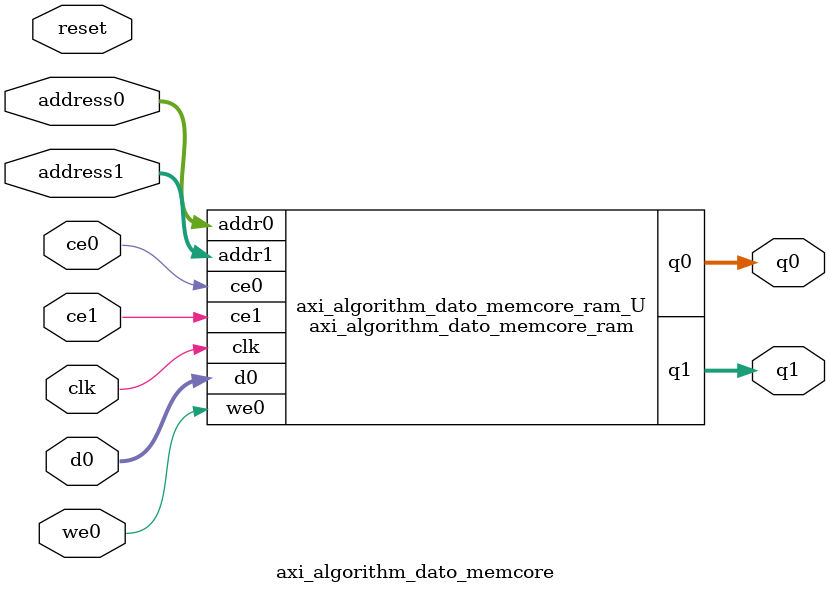
<source format=v>

`timescale 1 ns / 1 ps
module axi_algorithm_dato_memcore_ram (addr0, ce0, d0, we0, q0, addr1, ce1, q1,  clk);

parameter DWIDTH = 32;
parameter AWIDTH = 2;
parameter MEM_SIZE = 4;

input[AWIDTH-1:0] addr0;
input ce0;
input[DWIDTH-1:0] d0;
input we0;
output reg[DWIDTH-1:0] q0;
input[AWIDTH-1:0] addr1;
input ce1;
output reg[DWIDTH-1:0] q1;
input clk;

(* ram_style = "distributed" *)reg [DWIDTH-1:0] ram[0:MEM_SIZE-1];




always @(posedge clk)  
begin 
    if (ce0) 
    begin
        if (we0) 
        begin 
            ram[addr0] <= d0; 
            q0 <= d0;
        end 
        else 
            q0 <= ram[addr0];
    end
end


always @(posedge clk)  
begin 
    if (ce1) 
    begin
            q1 <= ram[addr1];
    end
end


endmodule


`timescale 1 ns / 1 ps
module axi_algorithm_dato_memcore(
    reset,
    clk,
    address0,
    ce0,
    we0,
    d0,
    q0,
    address1,
    ce1,
    q1);

parameter DataWidth = 32'd32;
parameter AddressRange = 32'd4;
parameter AddressWidth = 32'd2;
input reset;
input clk;
input[AddressWidth - 1:0] address0;
input ce0;
input we0;
input[DataWidth - 1:0] d0;
output[DataWidth - 1:0] q0;
input[AddressWidth - 1:0] address1;
input ce1;
output[DataWidth - 1:0] q1;



axi_algorithm_dato_memcore_ram axi_algorithm_dato_memcore_ram_U(
    .clk( clk ),
    .addr0( address0 ),
    .ce0( ce0 ),
    .d0( d0 ),
    .we0( we0 ),
    .q0( q0 ),
    .addr1( address1 ),
    .ce1( ce1 ),
    .q1( q1 ));

endmodule


</source>
